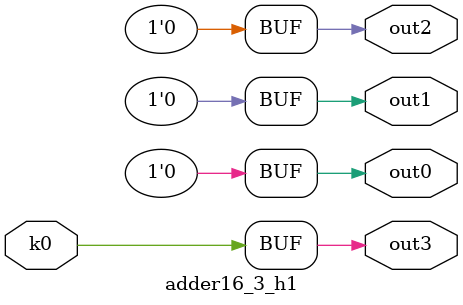
<source format=v>
module adder16_3(pi0, pi1, pi2, pi3, pi4, pi5, pi6, po0, po1, po2, po3);
input pi0, pi1, pi2, pi3, pi4, pi5, pi6;
output po0, po1, po2, po3;
wire k0;
adder16_3_w1 DUT1 (pi0, pi1, pi2, pi3, pi4, pi5, pi6, k0);
adder16_3_h1 DUT2 (k0, po0, po1, po2, po3);
endmodule

module adder16_3_w1(in6, in5, in4, in3, in2, in1, in0, k0);
input in6, in5, in4, in3, in2, in1, in0;
output k0;
assign k0 =   in6 ? (~in3 ^ in0) : (in3 ^ in0);
endmodule

module adder16_3_h1(k0, out3, out2, out1, out0);
input k0;
output out3, out2, out1, out0;
assign out0 = 0;
assign out1 = 0;
assign out2 = 0;
assign out3 = k0;
endmodule

</source>
